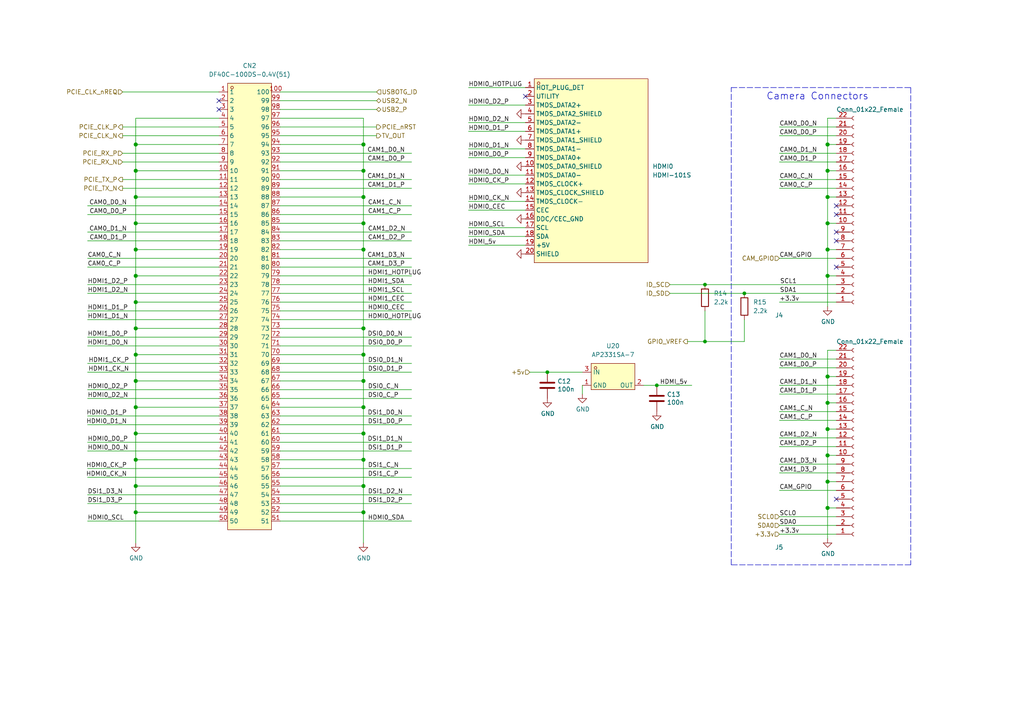
<source format=kicad_sch>
(kicad_sch (version 20231120) (generator "eeschema") (generator_version "8.0")
  (paper "A4")
  (title_block (title "Compute Module 4 IO Board - CM4 - Highspeed") (rev "1") (company "© 2020-2022 Raspberry Pi Ltd (formerly Raspberry Pi (Trading) Ltd.)") (comment 1 "www.raspberrypi.com"))
  (lib_symbols
    (symbol "Connector:Conn_01x22_Female" (pin_names hide)
      (property "Reference" "J" (at 0 27.94 0))
      (property "Value" "Conn_01x22_Female" (at 0 -30.48 0))
      (symbol "Conn_01x22_Female_1_1"
        (arc (start 0 -27.432) (mid -0.5058 -27.94) (end 0 -28.448))
        (arc (start 0 -24.892) (mid -0.5058 -25.4) (end 0 -25.908))
        (arc (start 0 -22.352) (mid -0.5058 -22.86) (end 0 -23.368))
        (arc (start 0 -19.812) (mid -0.5058 -20.32) (end 0 -20.828))
        (arc (start 0 -17.272) (mid -0.5058 -17.78) (end 0 -18.288))
        (arc (start 0 -14.732) (mid -0.5058 -15.24) (end 0 -15.748))
        (arc (start 0 -12.192) (mid -0.5058 -12.7) (end 0 -13.208))
        (arc (start 0 -9.652) (mid -0.5058 -10.16) (end 0 -10.668))
        (arc (start 0 -7.112) (mid -0.5058 -7.62) (end 0 -8.128))
        (arc (start 0 -4.572) (mid -0.5058 -5.08) (end 0 -5.588))
        (arc (start 0 -2.032) (mid -0.5058 -2.54) (end 0 -3.048))
        (polyline (pts (xy -1.27 -27.94) (xy -0.508 -27.94)))
        (polyline (pts (xy -1.27 -25.4) (xy -0.508 -25.4)))
        (polyline (pts (xy -1.27 -22.86) (xy -0.508 -22.86)))
        (polyline (pts (xy -1.27 -20.32) (xy -0.508 -20.32)))
        (polyline (pts (xy -1.27 -17.78) (xy -0.508 -17.78)))
        (polyline (pts (xy -1.27 -15.24) (xy -0.508 -15.24)))
        (polyline (pts (xy -1.27 -12.7) (xy -0.508 -12.7)))
        (polyline (pts (xy -1.27 -10.16) (xy -0.508 -10.16)))
        (polyline (pts (xy -1.27 -7.62) (xy -0.508 -7.62)))
        (polyline (pts (xy -1.27 -5.08) (xy -0.508 -5.08)))
        (polyline (pts (xy -1.27 -2.54) (xy -0.508 -2.54)))
        (polyline (pts (xy -1.27 0) (xy -0.508 0)))
        (polyline (pts (xy -1.27 2.54) (xy -0.508 2.54)))
        (polyline (pts (xy -1.27 5.08) (xy -0.508 5.08)))
        (polyline (pts (xy -1.27 7.62) (xy -0.508 7.62)))
        (polyline (pts (xy -1.27 10.16) (xy -0.508 10.16)))
        (polyline (pts (xy -1.27 12.7) (xy -0.508 12.7)))
        (polyline (pts (xy -1.27 15.24) (xy -0.508 15.24)))
        (polyline (pts (xy -1.27 17.78) (xy -0.508 17.78)))
        (polyline (pts (xy -1.27 20.32) (xy -0.508 20.32)))
        (polyline (pts (xy -1.27 22.86) (xy -0.508 22.86)))
        (polyline (pts (xy -1.27 25.4) (xy -0.508 25.4)))
        (arc (start 0 0.508) (mid -0.5058 0) (end 0 -0.508))
        (arc (start 0 3.048) (mid -0.5058 2.54) (end 0 2.032))
        (arc (start 0 5.588) (mid -0.5058 5.08) (end 0 4.572))
        (arc (start 0 8.128) (mid -0.5058 7.62) (end 0 7.112))
        (arc (start 0 10.668) (mid -0.5058 10.16) (end 0 9.652))
        (arc (start 0 13.208) (mid -0.5058 12.7) (end 0 12.192))
        (arc (start 0 15.748) (mid -0.5058 15.24) (end 0 14.732))
        (arc (start 0 18.288) (mid -0.5058 17.78) (end 0 17.272))
        (arc (start 0 20.828) (mid -0.5058 20.32) (end 0 19.812))
        (arc (start 0 23.368) (mid -0.5058 22.86) (end 0 22.352))
        (arc (start 0 25.908) (mid -0.5058 25.4) (end 0 24.892))
        (pin passive line (at -5.08 25.4 0) (length 3.81) (name "Pin_1") (number "1"))
        (pin passive line (at -5.08 2.54 0) (length 3.81) (name "Pin_10") (number "10"))
        (pin passive line (at -5.08 0 0) (length 3.81) (name "Pin_11") (number "11"))
        (pin passive line (at -5.08 -2.54 0) (length 3.81) (name "Pin_12") (number "12"))
        (pin passive line (at -5.08 -5.08 0) (length 3.81) (name "Pin_13") (number "13"))
        (pin passive line (at -5.08 -7.62 0) (length 3.81) (name "Pin_14") (number "14"))
        (pin passive line (at -5.08 -10.16 0) (length 3.81) (name "Pin_15") (number "15"))
        (pin passive line (at -5.08 -12.7 0) (length 3.81) (name "Pin_16") (number "16"))
        (pin passive line (at -5.08 -15.24 0) (length 3.81) (name "Pin_17") (number "17"))
        (pin passive line (at -5.08 -17.78 0) (length 3.81) (name "Pin_18") (number "18"))
        (pin passive line (at -5.08 -20.32 0) (length 3.81) (name "Pin_19") (number "19"))
        (pin passive line (at -5.08 22.86 0) (length 3.81) (name "Pin_2") (number "2"))
        (pin passive line (at -5.08 -22.86 0) (length 3.81) (name "Pin_20") (number "20"))
        (pin passive line (at -5.08 -25.4 0) (length 3.81) (name "Pin_21") (number "21"))
        (pin passive line (at -5.08 -27.94 0) (length 3.81) (name "Pin_22") (number "22"))
        (pin passive line (at -5.08 20.32 0) (length 3.81) (name "Pin_3") (number "3"))
        (pin passive line (at -5.08 17.78 0) (length 3.81) (name "Pin_4") (number "4"))
        (pin passive line (at -5.08 15.24 0) (length 3.81) (name "Pin_5") (number "5"))
        (pin passive line (at -5.08 12.7 0) (length 3.81) (name "Pin_6") (number "6"))
        (pin passive line (at -5.08 10.16 0) (length 3.81) (name "Pin_7") (number "7"))
        (pin passive line (at -5.08 7.62 0) (length 3.81) (name "Pin_8") (number "8"))
        (pin passive line (at -5.08 5.08 0) (length 3.81) (name "Pin_9") (number "9"))
      )
    )
    (symbol "Device:C" (pin_numbers hide) (pin_names (offset 0.254))
      (property "Reference" "C" (at 0.635 2.54 0))
      (property "Value" "C" (at 0.635 -2.54 0))
      (symbol "C_0_1"
        (polyline (pts (xy -2.032 -0.762) (xy 2.032 -0.762)) (stroke (width 0.508)))
        (polyline (pts (xy -2.032 0.762) (xy 2.032 0.762)) (stroke (width 0.508)))
      )
      (symbol "C_1_1"
        (pin passive line (at 0 3.81 270) (length 2.794) (name "~") (number "1"))
        (pin passive line (at 0 -3.81 90) (length 2.794) (name "~") (number "2"))
      )
    )
    (symbol "Device:R" (pin_numbers hide) (pin_names (offset 0))
      (property "Reference" "R" (at 2.032 0 90))
      (property "Value" "R" (at 0 0 90))
      (symbol "R_0_1"
        (rectangle (start -1.016 -2.54) (end 1.016 2.54) (stroke (width 0.254)))
      )
      (symbol "R_1_1"
        (pin passive line (at 0 3.81 270) (length 1.27) (name "~") (number "1"))
        (pin passive line (at 0 -3.81 90) (length 1.27) (name "~") (number "2"))
      )
    )
    (symbol "NEW:AP2331SA-7"
      (property "Reference" "U20" (at 0 8.89 0))
      (property "Value" "AP2331SA-7" (at 0 6.35 0))
      (symbol "AP2331SA-7_0_1"
        (rectangle (start -6.35 3.81) (end 6.35 -3.81) (fill (type background)))
        (circle (center -5.08 2.54) (radius 0.38))
        (pin unspecified line (at -8.89 -2.54 0) (length 2.54) (name "GND") (number "1"))
        (pin unspecified line (at 8.89 -2.54 180) (length 2.54) (name "OUT") (number "2"))
        (pin unspecified line (at -8.89 1.27 0) (length 2.54) (name "IN") (number "3"))
      )
    )
    (symbol "NEW:DF40C-100DS-0.4V(51)"
      (property "Reference" "CN" (at 0 67.31 0))
      (property "Value" "DF40C-100DS-0.4V(51)" (at 0 -67.31 0))
      (symbol "DF40C-100DS-0.4V(51)_0_1"
        (rectangle (start -6.35 64.77) (end 6.35 -64.77) (fill (type background)))
        (circle (center -5.08 63.5) (radius 0.38))
        (pin unspecified line (at -8.89 62.23 0) (length 2.54) (name "1") (number "1"))
        (pin unspecified line (at -8.89 39.37 0) (length 2.54) (name "10") (number "10"))
        (pin unspecified line (at 8.89 62.23 180) (length 2.54) (name "100") (number "100"))
        (pin unspecified line (at -8.89 36.83 0) (length 2.54) (name "11") (number "11"))
        (pin unspecified line (at -8.89 34.29 0) (length 2.54) (name "12") (number "12"))
        (pin unspecified line (at -8.89 31.75 0) (length 2.54) (name "13") (number "13"))
        (pin unspecified line (at -8.89 29.21 0) (length 2.54) (name "14") (number "14"))
        (pin unspecified line (at -8.89 26.67 0) (length 2.54) (name "15") (number "15"))
        (pin unspecified line (at -8.89 24.13 0) (length 2.54) (name "16") (number "16"))
        (pin unspecified line (at -8.89 21.59 0) (length 2.54) (name "17") (number "17"))
        (pin unspecified line (at -8.89 19.05 0) (length 2.54) (name "18") (number "18"))
        (pin unspecified line (at -8.89 16.51 0) (length 2.54) (name "19") (number "19"))
        (pin unspecified line (at -8.89 59.69 0) (length 2.54) (name "2") (number "2"))
        (pin unspecified line (at -8.89 13.97 0) (length 2.54) (name "20") (number "20"))
        (pin unspecified line (at -8.89 11.43 0) (length 2.54) (name "21") (number "21"))
        (pin unspecified line (at -8.89 8.89 0) (length 2.54) (name "22") (number "22"))
        (pin unspecified line (at -8.89 6.35 0) (length 2.54) (name "23") (number "23"))
        (pin unspecified line (at -8.89 3.81 0) (length 2.54) (name "24") (number "24"))
        (pin unspecified line (at -8.89 1.27 0) (length 2.54) (name "25") (number "25"))
        (pin unspecified line (at -8.89 -1.27 0) (length 2.54) (name "26") (number "26"))
        (pin unspecified line (at -8.89 -3.81 0) (length 2.54) (name "27") (number "27"))
        (pin unspecified line (at -8.89 -6.35 0) (length 2.54) (name "28") (number "28"))
        (pin unspecified line (at -8.89 -8.89 0) (length 2.54) (name "29") (number "29"))
        (pin unspecified line (at -8.89 57.15 0) (length 2.54) (name "3") (number "3"))
        (pin unspecified line (at -8.89 -11.43 0) (length 2.54) (name "30") (number "30"))
        (pin unspecified line (at -8.89 -13.97 0) (length 2.54) (name "31") (number "31"))
        (pin unspecified line (at -8.89 -16.51 0) (length 2.54) (name "32") (number "32"))
        (pin unspecified line (at -8.89 -19.05 0) (length 2.54) (name "33") (number "33"))
        (pin unspecified line (at -8.89 -21.59 0) (length 2.54) (name "34") (number "34"))
        (pin unspecified line (at -8.89 -24.13 0) (length 2.54) (name "35") (number "35"))
        (pin unspecified line (at -8.89 -26.67 0) (length 2.54) (name "36") (number "36"))
        (pin unspecified line (at -8.89 -29.21 0) (length 2.54) (name "37") (number "37"))
        (pin unspecified line (at -8.89 -31.75 0) (length 2.54) (name "38") (number "38"))
        (pin unspecified line (at -8.89 -34.29 0) (length 2.54) (name "39") (number "39"))
        (pin unspecified line (at -8.89 54.61 0) (length 2.54) (name "4") (number "4"))
        (pin unspecified line (at -8.89 -36.83 0) (length 2.54) (name "40") (number "40"))
        (pin unspecified line (at -8.89 -39.37 0) (length 2.54) (name "41") (number "41"))
        (pin unspecified line (at -8.89 -41.91 0) (length 2.54) (name "42") (number "42"))
        (pin unspecified line (at -8.89 -44.45 0) (length 2.54) (name "43") (number "43"))
        (pin unspecified line (at -8.89 -46.99 0) (length 2.54) (name "44") (number "44"))
        (pin unspecified line (at -8.89 -49.53 0) (length 2.54) (name "45") (number "45"))
        (pin unspecified line (at -8.89 -52.07 0) (length 2.54) (name "46") (number "46"))
        (pin unspecified line (at -8.89 -54.61 0) (length 2.54) (name "47") (number "47"))
        (pin unspecified line (at -8.89 -57.15 0) (length 2.54) (name "48") (number "48"))
        (pin unspecified line (at -8.89 -59.69 0) (length 2.54) (name "49") (number "49"))
        (pin unspecified line (at -8.89 52.07 0) (length 2.54) (name "5") (number "5"))
        (pin unspecified line (at -8.89 -62.23 0) (length 2.54) (name "50") (number "50"))
        (pin unspecified line (at 8.89 -62.23 180) (length 2.54) (name "51") (number "51"))
        (pin unspecified line (at 8.89 -59.69 180) (length 2.54) (name "52") (number "52"))
        (pin unspecified line (at 8.89 -57.15 180) (length 2.54) (name "53") (number "53"))
        (pin unspecified line (at 8.89 -54.61 180) (length 2.54) (name "54") (number "54"))
        (pin unspecified line (at 8.89 -52.07 180) (length 2.54) (name "55") (number "55"))
        (pin unspecified line (at 8.89 -49.53 180) (length 2.54) (name "56") (number "56"))
        (pin unspecified line (at 8.89 -46.99 180) (length 2.54) (name "57") (number "57"))
        (pin unspecified line (at 8.89 -44.45 180) (length 2.54) (name "58") (number "58"))
        (pin unspecified line (at 8.89 -41.91 180) (length 2.54) (name "59") (number "59"))
        (pin unspecified line (at -8.89 49.53 0) (length 2.54) (name "6") (number "6"))
        (pin unspecified line (at 8.89 -39.37 180) (length 2.54) (name "60") (number "60"))
        (pin unspecified line (at 8.89 -36.83 180) (length 2.54) (name "61") (number "61"))
        (pin unspecified line (at 8.89 -34.29 180) (length 2.54) (name "62") (number "62"))
        (pin unspecified line (at 8.89 -31.75 180) (length 2.54) (name "63") (number "63"))
        (pin unspecified line (at 8.89 -29.21 180) (length 2.54) (name "64") (number "64"))
        (pin unspecified line (at 8.89 -26.67 180) (length 2.54) (name "65") (number "65"))
        (pin unspecified line (at 8.89 -24.13 180) (length 2.54) (name "66") (number "66"))
        (pin unspecified line (at 8.89 -21.59 180) (length 2.54) (name "67") (number "67"))
        (pin unspecified line (at 8.89 -19.05 180) (length 2.54) (name "68") (number "68"))
        (pin unspecified line (at 8.89 -16.51 180) (length 2.54) (name "69") (number "69"))
        (pin unspecified line (at -8.89 46.99 0) (length 2.54) (name "7") (number "7"))
        (pin unspecified line (at 8.89 -13.97 180) (length 2.54) (name "70") (number "70"))
        (pin unspecified line (at 8.89 -11.43 180) (length 2.54) (name "71") (number "71"))
        (pin unspecified line (at 8.89 -8.89 180) (length 2.54) (name "72") (number "72"))
        (pin unspecified line (at 8.89 -6.35 180) (length 2.54) (name "73") (number "73"))
        (pin unspecified line (at 8.89 -3.81 180) (length 2.54) (name "74") (number "74"))
        (pin unspecified line (at 8.89 -1.27 180) (length 2.54) (name "75") (number "75"))
        (pin unspecified line (at 8.89 1.27 180) (length 2.54) (name "76") (number "76"))
        (pin unspecified line (at 8.89 3.81 180) (length 2.54) (name "77") (number "77"))
        (pin unspecified line (at 8.89 6.35 180) (length 2.54) (name "78") (number "78"))
        (pin unspecified line (at 8.89 8.89 180) (length 2.54) (name "79") (number "79"))
        (pin unspecified line (at -8.89 44.45 0) (length 2.54) (name "8") (number "8"))
        (pin unspecified line (at 8.89 11.43 180) (length 2.54) (name "80") (number "80"))
        (pin unspecified line (at 8.89 13.97 180) (length 2.54) (name "81") (number "81"))
        (pin unspecified line (at 8.89 16.51 180) (length 2.54) (name "82") (number "82"))
        (pin unspecified line (at 8.89 19.05 180) (length 2.54) (name "83") (number "83"))
        (pin unspecified line (at 8.89 21.59 180) (length 2.54) (name "84") (number "84"))
        (pin unspecified line (at 8.89 24.13 180) (length 2.54) (name "85") (number "85"))
        (pin unspecified line (at 8.89 26.67 180) (length 2.54) (name "86") (number "86"))
        (pin unspecified line (at 8.89 29.21 180) (length 2.54) (name "87") (number "87"))
        (pin unspecified line (at 8.89 31.75 180) (length 2.54) (name "88") (number "88"))
        (pin unspecified line (at 8.89 34.29 180) (length 2.54) (name "89") (number "89"))
        (pin unspecified line (at -8.89 41.91 0) (length 2.54) (name "9") (number "9"))
        (pin unspecified line (at 8.89 36.83 180) (length 2.54) (name "90") (number "90"))
        (pin unspecified line (at 8.89 39.37 180) (length 2.54) (name "91") (number "91"))
        (pin unspecified line (at 8.89 41.91 180) (length 2.54) (name "92") (number "92"))
        (pin unspecified line (at 8.89 44.45 180) (length 2.54) (name "93") (number "93"))
        (pin unspecified line (at 8.89 46.99 180) (length 2.54) (name "94") (number "94"))
        (pin unspecified line (at 8.89 49.53 180) (length 2.54) (name "95") (number "95"))
        (pin unspecified line (at 8.89 52.07 180) (length 2.54) (name "96") (number "96"))
        (pin unspecified line (at 8.89 54.61 180) (length 2.54) (name "97") (number "97"))
        (pin unspecified line (at 8.89 57.15 180) (length 2.54) (name "98") (number "98"))
        (pin unspecified line (at 8.89 59.69 180) (length 2.54) (name "99") (number "99"))
      )
    )
    (symbol "NEW:HDMI-101S"
      (property "Reference" "USB" (at 0 29.21 0))
      (property "Value" "HDMI-101S" (at 0 -29.21 0))
      (symbol "HDMI-101S_0_1"
        (rectangle (start -16.51 26.67) (end 16.51 -26.67) (fill (type background)))
        (circle (center -15.24 25.4) (radius 0.38))
        (pin unspecified line (at -19.05 24.13 0) (length 2.54) (name "HOT_PLUG_DET") (number "1"))
        (pin unspecified line (at -19.05 1.27 0) (length 2.54) (name "TMDS_DATA0_SHIELD") (number "10"))
        (pin unspecified line (at -19.05 -1.27 0) (length 2.54) (name "TMDS_DATA0-") (number "11"))
        (pin unspecified line (at -19.05 -3.81 0) (length 2.54) (name "TMDS_CLOCK+") (number "12"))
        (pin unspecified line (at -19.05 -6.35 0) (length 2.54) (name "TMDS_CLOCK_SHIELD") (number "13"))
        (pin unspecified line (at -19.05 -8.89 0) (length 2.54) (name "TMDS_CLOCK-") (number "14"))
        (pin unspecified line (at -19.05 -11.43 0) (length 2.54) (name "CEC") (number "15"))
        (pin unspecified line (at -19.05 -13.97 0) (length 2.54) (name "DDC/CEC_GND") (number "16"))
        (pin unspecified line (at -19.05 -16.51 0) (length 2.54) (name "SCL") (number "17"))
        (pin unspecified line (at -19.05 -19.05 0) (length 2.54) (name "SDA") (number "18"))
        (pin unspecified line (at -19.05 -21.59 0) (length 2.54) (name "+5V") (number "19"))
        (pin unspecified line (at -19.05 21.59 0) (length 2.54) (name "UTILITY") (number "2"))
        (pin unspecified line (at -19.05 -24.13 0) (length 2.54) (name "SHIELD") (number "20"))
        (pin unspecified line (at -19.05 19.05 0) (length 2.54) (name "TMDS_DATA2+") (number "3"))
        (pin unspecified line (at -19.05 16.51 0) (length 2.54) (name "TMDS_DATA2_SHIELD") (number "4"))
        (pin unspecified line (at -19.05 13.97 0) (length 2.54) (name "TMDS_DATA2-") (number "5"))
        (pin unspecified line (at -19.05 11.43 0) (length 2.54) (name "TMDS_DATA1+") (number "6"))
        (pin unspecified line (at -19.05 8.89 0) (length 2.54) (name "TMDS_DATA1_SHIELD") (number "7"))
        (pin unspecified line (at -19.05 6.35 0) (length 2.54) (name "TMDS_DATA1-") (number "8"))
        (pin unspecified line (at -19.05 3.81 0) (length 2.54) (name "TMDS_DATA0+") (number "9"))
      )
    )
    (symbol "power:GND" (power) (pin_names (offset 0))
      (property "Value" "GND" (at 0 -3.81 0))
      (symbol "GND_0_1"
        (polyline (pts (xy 0 0) (xy 0 -1.27) (xy 1.27 -1.27) (xy 0 -2.54) (xy -1.27 -1.27) (xy 0 -1.27)))
      )
      (symbol "GND_1_1"
        (pin power_in line (at 0 0 270) (length 0) hide (name "GND") (number "1"))
      )
    )
  )
  (junction (at 105.41 110.49) (diameter 1.016))
  (junction (at 240.03 132.08) (diameter 1.016))
  (junction (at 105.41 49.53) (diameter 1.016))
  (junction (at 39.37 72.39) (diameter 1.016))
  (junction (at 105.41 140.97) (diameter 1.016))
  (junction (at 39.37 57.15) (diameter 1.016))
  (junction (at 39.37 110.49) (diameter 1.016))
  (junction (at 105.41 41.91) (diameter 1.016))
  (junction (at 39.37 49.53) (diameter 1.016))
  (junction (at 105.41 57.15) (diameter 1.016))
  (junction (at 105.41 133.35) (diameter 1.016))
  (junction (at 240.03 109.22) (diameter 1.016))
  (junction (at 39.37 140.97) (diameter 1.016))
  (junction (at 240.03 116.84) (diameter 1.016))
  (junction (at 158.75 107.95))
  (junction (at 105.41 64.77) (diameter 1.016))
  (junction (at 39.37 87.63) (diameter 1.016))
  (junction (at 105.41 148.59) (diameter 1.016))
  (junction (at 240.03 41.91) (diameter 1.016))
  (junction (at 240.03 49.53) (diameter 1.016))
  (junction (at 240.03 124.46) (diameter 1.016))
  (junction (at 39.37 118.11) (diameter 1.016))
  (junction (at 240.03 64.77) (diameter 1.016))
  (junction (at 105.41 102.87) (diameter 1.016))
  (junction (at 39.37 148.59) (diameter 1.016))
  (junction (at 240.03 139.7) (diameter 1.016))
  (junction (at 105.41 118.11) (diameter 1.016))
  (junction (at 39.37 64.77) (diameter 1.016))
  (junction (at 190.5 111.76))
  (junction (at 240.03 72.39) (diameter 1.016))
  (junction (at 39.37 125.73) (diameter 1.016))
  (junction (at 204.47 82.55))
  (junction (at 39.37 133.35) (diameter 1.016))
  (junction (at 105.41 95.25) (diameter 1.016))
  (junction (at 39.37 41.91) (diameter 1.016))
  (junction (at 105.41 72.39) (diameter 1.016))
  (junction (at 39.37 80.01) (diameter 1.016))
  (junction (at 240.03 80.01) (diameter 1.016))
  (junction (at 39.37 102.87) (diameter 1.016))
  (junction (at 39.37 95.25) (diameter 1.016))
  (junction (at 240.03 57.15) (diameter 1.016))
  (junction (at 105.41 125.73) (diameter 1.016))
  (junction (at 240.03 147.32) (diameter 1.016))
  (junction (at 215.9 85.09))
  (junction (at 204.47 99.06))
  (no_connect (at 242.57 77.47))
  (no_connect (at 63.5 31.75))
  (no_connect (at 242.57 144.78))
  (no_connect (at 242.57 59.69))
  (no_connect (at 242.57 67.31))
  (no_connect (at 242.57 69.85))
  (no_connect (at 242.57 62.23))
  (no_connect (at 63.5 29.21))
  (no_connect (at 152.4 27.94))
  (wire (pts (xy 81.28 41.91) (xy 105.41 41.91)))
  (wire (pts (xy 39.37 80.01) (xy 39.37 87.63)))
  (wire (pts (xy 63.5 62.23) (xy 25.4 62.23)))
  (wire (pts (xy 39.37 41.91) (xy 63.5 41.91)))
  (wire (pts (xy 105.41 41.91) (xy 105.41 34.29)))
  (wire (pts (xy 135.89 68.58) (xy 152.4 68.58)))
  (wire (pts (xy 240.03 116.84) (xy 242.57 116.84)))
  (wire (pts (xy 81.28 29.21) (xy 109.22 29.21)))
  (wire (pts (xy 25.4 82.55) (xy 63.5 82.55)))
  (wire (pts (xy 135.89 66.04) (xy 152.4 66.04)))
  (wire (pts (xy 81.28 59.69) (xy 119.38 59.69)))
  (wire (pts (xy 226.06 52.07) (xy 242.57 52.07)))
  (wire (pts (xy 63.5 44.45) (xy 35.56 44.45)))
  (wire (pts (xy 81.28 113.03) (xy 119.38 113.03)))
  (wire (pts (xy 119.38 130.81) (xy 81.28 130.81)))
  (wire (pts (xy 81.28 148.59) (xy 105.41 148.59)))
  (wire (pts (xy 105.41 64.77) (xy 105.41 57.15)))
  (wire (pts (xy 240.03 147.32) (xy 240.03 156.21)))
  (wire (pts (xy 81.28 107.95) (xy 119.38 107.95)))
  (wire (pts (xy 81.28 67.31) (xy 119.38 67.31)))
  (wire (pts (xy 240.03 109.22) (xy 242.57 109.22)))
  (wire (pts (xy 39.37 140.97) (xy 39.37 148.59)))
  (wire (pts (xy 39.37 125.73) (xy 39.37 133.35)))
  (wire (pts (xy 135.89 38.1) (xy 152.4 38.1)))
  (wire (pts (xy 39.37 102.87) (xy 63.5 102.87)))
  (wire (pts (xy 204.47 99.06) (xy 204.47 90.17)))
  (wire (pts (xy 119.38 120.65) (xy 81.28 120.65)))
  (wire (pts (xy 226.06 134.62) (xy 242.57 134.62)))
  (wire (pts (xy 204.47 99.06) (xy 199.39 99.06)))
  (wire (pts (xy 190.5 111.76) (xy 200.66 111.76)))
  (wire (pts (xy 215.9 85.09) (xy 194.31 85.09)))
  (wire (pts (xy 119.38 52.07) (xy 81.28 52.07)))
  (wire (pts (xy 81.28 90.17) (xy 119.38 90.17)))
  (wire (pts (xy 35.56 54.61) (xy 63.5 54.61)))
  (wire (pts (xy 226.06 104.14) (xy 242.57 104.14)))
  (wire (pts (xy 242.57 87.63) (xy 226.06 87.63)))
  (wire (pts (xy 105.41 72.39) (xy 105.41 95.25)))
  (wire (pts (xy 242.57 149.86) (xy 226.06 149.86)))
  (wire (pts (xy 240.03 139.7) (xy 242.57 139.7)))
  (wire (pts (xy 135.89 58.42) (xy 152.4 58.42)))
  (wire (pts (xy 39.37 148.59) (xy 39.37 157.48)))
  (wire (pts (xy 226.06 129.54) (xy 242.57 129.54)))
  (wire (pts (xy 240.03 72.39) (xy 240.03 80.01)))
  (wire (pts (xy 119.38 54.61) (xy 81.28 54.61)))
  (wire (pts (xy 39.37 110.49) (xy 63.5 110.49)))
  (wire (pts (xy 240.03 132.08) (xy 240.03 139.7)))
  (wire (pts (xy 25.4 74.93) (xy 63.5 74.93)))
  (wire (pts (xy 39.37 57.15) (xy 63.5 57.15)))
  (wire (pts (xy 39.37 87.63) (xy 63.5 87.63)))
  (wire (pts (xy 135.89 60.96) (xy 152.4 60.96)))
  (wire (pts (xy 39.37 110.49) (xy 39.37 118.11)))
  (wire (pts (xy 63.5 148.59) (xy 39.37 148.59)))
  (wire (pts (xy 81.28 102.87) (xy 105.41 102.87)))
  (wire (pts (xy 63.5 138.43) (xy 25.4 138.43)))
  (wire (pts (xy 35.56 52.07) (xy 63.5 52.07)))
  (wire (pts (xy 158.75 107.95) (xy 168.91 107.95)))
  (wire (pts (xy 105.41 110.49) (xy 105.41 118.11)))
  (wire (pts (xy 105.41 57.15) (xy 105.41 49.53)))
  (wire (pts (xy 226.06 142.24) (xy 242.57 142.24)))
  (wire (pts (xy 25.4 130.81) (xy 63.5 130.81)))
  (wire (pts (xy 63.5 120.65) (xy 25.4 120.65)))
  (wire (pts (xy 39.37 133.35) (xy 39.37 140.97)))
  (wire (pts (xy 105.41 49.53) (xy 105.41 41.91)))
  (wire (pts (xy 240.03 132.08) (xy 242.57 132.08)))
  (polyline (pts (xy 264.16 163.83) (xy 212.09 163.83)) (stroke (width 0) (type dash)))
  (wire (pts (xy 135.89 53.34) (xy 152.4 53.34)))
  (wire (pts (xy 242.57 101.6) (xy 240.03 101.6)))
  (wire (pts (xy 242.57 82.55) (xy 204.47 82.55)))
  (wire (pts (xy 63.5 135.89) (xy 25.4 135.89)))
  (wire (pts (xy 63.5 123.19) (xy 25.4 123.19)))
  (wire (pts (xy 63.5 69.85) (xy 25.4 69.85)))
  (polyline (pts (xy 212.09 163.83) (xy 212.09 25.4)) (stroke (width 0) (type dash)))
  (wire (pts (xy 39.37 95.25) (xy 39.37 102.87)))
  (wire (pts (xy 81.28 143.51) (xy 119.38 143.51)))
  (wire (pts (xy 204.47 82.55) (xy 194.31 82.55)))
  (wire (pts (xy 226.06 44.45) (xy 242.57 44.45)))
  (wire (pts (xy 81.28 133.35) (xy 105.41 133.35)))
  (polyline (pts (xy 212.09 25.4) (xy 264.16 25.4)) (stroke (width 0) (type dash)))
  (wire (pts (xy 226.06 119.38) (xy 242.57 119.38)))
  (wire (pts (xy 25.4 92.71) (xy 63.5 92.71)))
  (wire (pts (xy 168.91 111.76) (xy 168.91 114.3)))
  (wire (pts (xy 35.56 36.83) (xy 63.5 36.83)))
  (wire (pts (xy 226.06 36.83) (xy 242.57 36.83)))
  (wire (pts (xy 215.9 92.71) (xy 215.9 99.06)))
  (wire (pts (xy 39.37 49.53) (xy 39.37 57.15)))
  (wire (pts (xy 81.28 118.11) (xy 105.41 118.11)))
  (wire (pts (xy 81.28 80.01) (xy 119.38 80.01)))
  (wire (pts (xy 81.28 85.09) (xy 119.38 85.09)))
  (wire (pts (xy 39.37 125.73) (xy 63.5 125.73)))
  (wire (pts (xy 240.03 124.46) (xy 242.57 124.46)))
  (wire (pts (xy 242.57 154.94) (xy 226.06 154.94)))
  (wire (pts (xy 135.89 30.48) (xy 152.4 30.48)))
  (wire (pts (xy 119.38 44.45) (xy 81.28 44.45)))
  (wire (pts (xy 39.37 118.11) (xy 63.5 118.11)))
  (wire (pts (xy 81.28 57.15) (xy 105.41 57.15)))
  (wire (pts (xy 63.5 67.31) (xy 25.4 67.31)))
  (wire (pts (xy 119.38 100.33) (xy 81.28 100.33)))
  (wire (pts (xy 81.28 95.25) (xy 105.41 95.25)))
  (wire (pts (xy 81.28 62.23) (xy 119.38 62.23)))
  (wire (pts (xy 39.37 95.25) (xy 63.5 95.25)))
  (wire (pts (xy 25.4 97.79) (xy 63.5 97.79)))
  (wire (pts (xy 135.89 43.18) (xy 152.4 43.18)))
  (wire (pts (xy 39.37 64.77) (xy 39.37 72.39)))
  (wire (pts (xy 81.28 110.49) (xy 105.41 110.49)))
  (wire (pts (xy 240.03 109.22) (xy 240.03 116.84)))
  (wire (pts (xy 105.41 34.29) (xy 81.28 34.29)))
  (wire (pts (xy 25.4 100.33) (xy 63.5 100.33)))
  (wire (pts (xy 135.89 35.56) (xy 152.4 35.56)))
  (wire (pts (xy 105.41 148.59) (xy 105.41 157.48)))
  (wire (pts (xy 135.89 25.4) (xy 152.4 25.4)))
  (wire (pts (xy 105.41 102.87) (xy 105.41 110.49)))
  (wire (pts (xy 240.03 147.32) (xy 242.57 147.32)))
  (wire (pts (xy 25.4 128.27) (xy 63.5 128.27)))
  (wire (pts (xy 39.37 118.11) (xy 39.37 125.73)))
  (wire (pts (xy 63.5 59.69) (xy 25.4 59.69)))
  (wire (pts (xy 25.4 113.03) (xy 63.5 113.03)))
  (wire (pts (xy 35.56 26.67) (xy 63.5 26.67)))
  (wire (pts (xy 81.28 138.43) (xy 119.38 138.43)))
  (wire (pts (xy 240.03 101.6) (xy 240.03 109.22)))
  (wire (pts (xy 25.4 151.13) (xy 63.5 151.13)))
  (wire (pts (xy 81.28 69.85) (xy 119.38 69.85)))
  (wire (pts (xy 240.03 41.91) (xy 240.03 49.53)))
  (wire (pts (xy 39.37 57.15) (xy 39.37 64.77)))
  (wire (pts (xy 240.03 124.46) (xy 240.03 132.08)))
  (wire (pts (xy 105.41 133.35) (xy 105.41 140.97)))
  (wire (pts (xy 39.37 41.91) (xy 39.37 49.53)))
  (wire (pts (xy 105.41 125.73) (xy 105.41 133.35)))
  (wire (pts (xy 81.28 125.73) (xy 105.41 125.73)))
  (wire (pts (xy 119.38 77.47) (xy 81.28 77.47)))
  (polyline (pts (xy 264.16 25.4) (xy 264.16 163.83)) (stroke (width 0) (type dash)))
  (wire (pts (xy 63.5 34.29) (xy 39.37 34.29)))
  (wire (pts (xy 81.28 87.63) (xy 119.38 87.63)))
  (wire (pts (xy 39.37 87.63) (xy 39.37 95.25)))
  (wire (pts (xy 242.57 85.09) (xy 215.9 85.09)))
  (wire (pts (xy 81.28 64.77) (xy 105.41 64.77)))
  (wire (pts (xy 39.37 72.39) (xy 39.37 80.01)))
  (wire (pts (xy 119.38 74.93) (xy 81.28 74.93)))
  (wire (pts (xy 81.28 140.97) (xy 105.41 140.97)))
  (wire (pts (xy 81.28 31.75) (xy 109.22 31.75)))
  (wire (pts (xy 81.28 105.41) (xy 119.38 105.41)))
  (wire (pts (xy 81.28 146.05) (xy 119.38 146.05)))
  (wire (pts (xy 63.5 107.95) (xy 25.4 107.95)))
  (wire (pts (xy 39.37 102.87) (xy 39.37 110.49)))
  (wire (pts (xy 63.5 140.97) (xy 39.37 140.97)))
  (wire (pts (xy 81.28 135.89) (xy 119.38 135.89)))
  (wire (pts (xy 240.03 41.91) (xy 242.57 41.91)))
  (wire (pts (xy 81.28 92.71) (xy 119.38 92.71)))
  (wire (pts (xy 153.67 107.95) (xy 158.75 107.95)))
  (wire (pts (xy 226.06 39.37) (xy 242.57 39.37)))
  (wire (pts (xy 63.5 46.99) (xy 35.56 46.99)))
  (wire (pts (xy 39.37 72.39) (xy 63.5 72.39)))
  (wire (pts (xy 190.5 111.76) (xy 186.69 111.76)))
  (wire (pts (xy 25.4 115.57) (xy 63.5 115.57)))
  (wire (pts (xy 25.4 77.47) (xy 63.5 77.47)))
  (wire (pts (xy 81.28 72.39) (xy 105.41 72.39)))
  (wire (pts (xy 226.06 106.68) (xy 242.57 106.68)))
  (wire (pts (xy 119.38 123.19) (xy 81.28 123.19)))
  (wire (pts (xy 242.57 34.29) (xy 240.03 34.29)))
  (wire (pts (xy 119.38 46.99) (xy 81.28 46.99)))
  (wire (pts (xy 105.41 118.11) (xy 105.41 125.73)))
  (wire (pts (xy 119.38 97.79) (xy 81.28 97.79)))
  (wire (pts (xy 119.38 128.27) (xy 81.28 128.27)))
  (wire (pts (xy 215.9 99.06) (xy 204.47 99.06)))
  (wire (pts (xy 226.06 121.92) (xy 242.57 121.92)))
  (wire (pts (xy 226.06 137.16) (xy 242.57 137.16)))
  (wire (pts (xy 240.03 34.29) (xy 240.03 41.91)))
  (wire (pts (xy 240.03 64.77) (xy 240.03 72.39)))
  (wire (pts (xy 135.89 50.8) (xy 152.4 50.8)))
  (wire (pts (xy 226.06 46.99) (xy 242.57 46.99)))
  (wire (pts (xy 81.28 36.83) (xy 109.22 36.83)))
  (wire (pts (xy 25.4 146.05) (xy 63.5 146.05)))
  (wire (pts (xy 105.41 140.97) (xy 105.41 148.59)))
  (wire (pts (xy 135.89 71.12) (xy 152.4 71.12)))
  (wire (pts (xy 105.41 95.25) (xy 105.41 102.87)))
  (wire (pts (xy 240.03 72.39) (xy 242.57 72.39)))
  (wire (pts (xy 135.89 45.72) (xy 152.4 45.72)))
  (wire (pts (xy 25.4 90.17) (xy 63.5 90.17)))
  (wire (pts (xy 240.03 116.84) (xy 240.03 124.46)))
  (wire (pts (xy 240.03 80.01) (xy 240.03 88.9)))
  (wire (pts (xy 240.03 64.77) (xy 242.57 64.77)))
  (wire (pts (xy 39.37 64.77) (xy 63.5 64.77)))
  (wire (pts (xy 240.03 57.15) (xy 242.57 57.15)))
  (wire (pts (xy 25.4 85.09) (xy 63.5 85.09)))
  (wire (pts (xy 39.37 133.35) (xy 63.5 133.35)))
  (wire (pts (xy 105.41 72.39) (xy 105.41 64.77)))
  (wire (pts (xy 240.03 57.15) (xy 240.03 64.77)))
  (wire (pts (xy 240.03 80.01) (xy 242.57 80.01)))
  (wire (pts (xy 226.06 114.3) (xy 242.57 114.3)))
  (wire (pts (xy 242.57 74.93) (xy 226.06 74.93)))
  (wire (pts (xy 81.28 115.57) (xy 119.38 115.57)))
  (wire (pts (xy 39.37 34.29) (xy 39.37 41.91)))
  (wire (pts (xy 35.56 39.37) (xy 63.5 39.37)))
  (wire (pts (xy 226.06 54.61) (xy 242.57 54.61)))
  (wire (pts (xy 63.5 105.41) (xy 25.4 105.41)))
  (wire (pts (xy 240.03 49.53) (xy 240.03 57.15)))
  (wire (pts (xy 39.37 80.01) (xy 63.5 80.01)))
  (wire (pts (xy 39.37 49.53) (xy 63.5 49.53)))
  (wire (pts (xy 81.28 151.13) (xy 119.38 151.13)))
  (wire (pts (xy 109.22 26.67) (xy 81.28 26.67)))
  (wire (pts (xy 25.4 143.51) (xy 63.5 143.51)))
  (wire (pts (xy 242.57 152.4) (xy 226.06 152.4)))
  (wire (pts (xy 81.28 49.53) (xy 105.41 49.53)))
  (wire (pts (xy 240.03 139.7) (xy 240.03 147.32)))
  (wire (pts (xy 240.03 49.53) (xy 242.57 49.53)))
  (wire (pts (xy 226.06 111.76) (xy 242.57 111.76)))
  (wire (pts (xy 226.06 127) (xy 242.57 127)))
  (wire (pts (xy 81.28 39.37) (xy 109.22 39.37)))
  (wire (pts (xy 81.28 82.55) (xy 119.38 82.55)))
  (text "Camera Connectors" (at 222.25 29.21 0) (effects (font (size 2.0066 2.0066)) (justify left bottom)))
  (label "CAM0_D1_P" (at 226.06 46.99 0))
  (label "HDMI_5v" (at 199.39 111.76 180))
  (label "HDMI0_CK_P" (at 36.83 135.89 180))
  (label "CAM1_D0_N" (at 226.06 104.14 0))
  (label "HDMI1_HOTPLUG" (at 106.68 80.01 0))
  (label "DSI0_C_P" (at 106.68 115.57 0))
  (label "HDMI0_D2_N" (at 25.4 115.57 0))
  (label "DSI1_D0_N" (at 116.84 120.65 180))
  (label "HDMI0_D2_N" (at 135.89 35.56 0))
  (label "HDMI0_SDA" (at 106.68 151.13 0))
  (label "CAM0_D0_P" (at 36.83 62.23 180))
  (label "HDMI0_HOTPLUG" (at 106.68 92.71 0))
  (label "DSI1_D1_N" (at 116.84 128.27 180))
  (label "CAM1_D1_P" (at 226.06 114.3 0))
  (label "CAM0_C_P" (at 25.4 77.47 0))
  (label "CAM1_C_P" (at 226.06 121.92 0))
  (label "CAM1_D2_N" (at 226.06 127 0))
  (label "CAM0_D1_P" (at 36.83 69.85 180))
  (label "HDMI0_CK_N" (at 36.83 138.43 180))
  (label "CAM1_D3_N" (at 117.475 74.93 180))
  (label "CAM0_D0_N" (at 36.83 59.69 180))
  (label "DSI1_D0_P" (at 116.84 123.19 180))
  (label "HDMI0_SCL" (at 25.4 151.13 0))
  (label "CAM1_D0_N" (at 117.475 44.45 180))
  (label "HDMI1_D0_N" (at 25.4 100.33 0))
  (label "CAM1_D2_P" (at 106.68 69.85 0))
  (label "CAM_GPIO" (at 226.06 142.24 0))
  (label "DSI1_C_P" (at 106.68 138.43 0))
  (label "HDMI0_D1_P" (at 36.83 120.65 180))
  (label "CAM1_C_P" (at 106.68 62.23 0))
  (label "SCL1" (at 231.14 82.55 180))
  (label "HDMI0_D0_P" (at 135.89 45.72 0))
  (label "DSI0_C_N" (at 106.68 113.03 0))
  (label "DSI1_D1_P" (at 116.84 130.81 180))
  (label "CAM1_D0_P" (at 117.475 46.99 180))
  (label "HDMI0_D0_N" (at 25.4 130.81 0))
  (label "HDMI0_D0_P" (at 25.4 128.27 0))
  (label "CAM1_D3_P" (at 117.475 77.47 180))
  (label "HDMI0_D1_N" (at 36.83 123.19 180))
  (label "CAM1_D3_P" (at 226.06 137.16 0))
  (label "CAM1_D1_N" (at 117.475 52.07 180))
  (label "DSI0_D0_N" (at 116.84 97.79 180))
  (label "DSI1_D3_P" (at 25.4 146.05 0))
  (label "CAM1_D0_P" (at 226.06 106.68 0))
  (label "HDMI1_D0_P" (at 25.4 97.79 0))
  (label "DSI0_D1_N" (at 106.68 105.41 0))
  (label "CAM1_D3_N" (at 226.06 134.62 0))
  (label "HDMI0_CEC" (at 135.89 60.96 0))
  (label "HDMI_5v" (at 135.89 71.12 0))
  (label "HDMI1_D1_N" (at 25.4 92.71 0))
  (label "HDMI1_CK_P" (at 37.465 105.41 180))
  (label "CAM1_D1_P" (at 117.475 54.61 180))
  (label "HDMI1_SDA" (at 106.68 82.55 0))
  (label "HDMI0_D1_N" (at 135.89 43.18 0))
  (label "HDMI0_D0_N" (at 135.89 50.8 0))
  (label "DSI0_D1_P" (at 106.68 107.95 0))
  (label "CAM0_D0_P" (at 226.06 39.37 0))
  (label "HDMI1_D2_N" (at 25.4 85.09 0))
  (label "HDMI0_CEC" (at 106.68 90.17 0))
  (label "HDMI0_D2_P" (at 25.4 113.03 0))
  (label "CAM0_D1_N" (at 226.06 44.45 0))
  (label "CAM1_D2_P" (at 226.06 129.54 0))
  (label "DSI1_D3_N" (at 25.4 143.51 0))
  (label "SDA1" (at 231.14 85.09 180))
  (label "CAM0_C_N" (at 226.06 52.07 0))
  (label "+3.3v" (at 226.06 87.63 0))
  (label "HDMI0_CK_N" (at 135.89 58.42 0))
  (label "CAM1_C_N" (at 106.68 59.69 0))
  (label "CAM0_C_N" (at 25.4 74.93 0))
  (label "HDMI0_SCL" (at 135.89 66.04 0))
  (label "HDMI1_SCL" (at 106.68 85.09 0))
  (label "CAM0_C_P" (at 226.06 54.61 0))
  (label "HDMI0_D2_P" (at 135.89 30.48 0))
  (label "SCL0" (at 226.06 149.86 0))
  (label "CAM_GPIO" (at 226.06 74.93 0))
  (label "CAM1_D1_N" (at 226.06 111.76 0))
  (label "HDMI1_D2_P" (at 25.4 82.55 0))
  (label "HDMI0_HOTPLUG" (at 135.89 25.4 0))
  (label "DSI1_D2_P" (at 106.68 146.05 0))
  (label "+3.3v" (at 226.06 154.94 0))
  (label "HDMI0_D1_P" (at 135.89 38.1 0))
  (label "HDMI1_D1_P" (at 25.4 90.17 0))
  (label "CAM1_C_N" (at 226.06 119.38 0))
  (label "SDA0" (at 226.06 152.4 0))
  (label "HDMI0_SDA" (at 135.89 68.58 0))
  (label "CAM0_D0_N" (at 226.06 36.83 0))
  (label "DSI0_D0_P" (at 116.84 100.33 180))
  (label "DSI1_D2_N" (at 106.68 143.51 0))
  (label "HDMI1_CK_N" (at 37.465 107.95 180))
  (label "HDMI0_CK_P" (at 135.89 53.34 0))
  (label "CAM1_D2_N" (at 106.68 67.31 0))
  (label "HDMI1_CEC" (at 106.68 87.63 0))
  (label "DSI1_C_N" (at 106.68 135.89 0))
  (label "CAM0_D1_N" (at 36.83 67.31 180))
  (hierarchical_label "SCL0" (shape input) (at 226.06 149.86 180))
  (hierarchical_label "+5v" (shape input) (at 153.67 107.95 180))
  (hierarchical_label "PCIE_RX_P" (shape input) (at 35.56 44.45 180))
  (hierarchical_label "TV_OUT" (shape output) (at 109.22 39.37 0))
  (hierarchical_label "PCIE_CLK_N" (shape output) (at 35.56 39.37 180))
  (hierarchical_label "PCIE_nRST" (shape output) (at 109.22 36.83 0))
  (hierarchical_label "PCIE_RX_N" (shape input) (at 35.56 46.99 180))
  (hierarchical_label "PCIE_CLK_nREQ" (shape input) (at 35.56 26.67 180))
  (hierarchical_label "CAM_GPIO" (shape input) (at 226.06 74.93 180))
  (hierarchical_label "USBOTG_ID" (shape input) (at 109.22 26.67 0))
  (hierarchical_label "GPIO_VREF" (shape output) (at 199.39 99.06 180))
  (hierarchical_label "SDA0" (shape input) (at 226.06 152.4 180))
  (hierarchical_label "+3.3v" (shape input) (at 226.06 154.94 180))
  (hierarchical_label "USB2_P" (shape bidirectional) (at 109.22 31.75 0))
  (hierarchical_label "PCIE_TX_N" (shape output) (at 35.56 54.61 180))
  (hierarchical_label "PCIE_TX_P" (shape output) (at 35.56 52.07 180))
  (hierarchical_label "ID_SD" (shape input) (at 194.31 85.09 180))
  (hierarchical_label "ID_SC" (shape input) (at 194.31 82.55 180))
  (hierarchical_label "USB2_N" (shape bidirectional) (at 109.22 29.21 0))
  (hierarchical_label "PCIE_CLK_P" (shape output) (at 35.56 36.83 180))
  (symbol (lib_id "power:GND") (at 105.41 157.48 0) (unit 1)
    (property "Reference" "#PWR0130" (effects (hide yes)))
    (property "Value" "GND" (at 105.537 161.8742 0))
  )
  (symbol (lib_id "power:GND") (at 39.37 157.48 0) (unit 1)
    (property "Reference" "#PWR0131" (effects (hide yes)))
    (property "Value" "GND" (at 39.497 161.8742 0))
  )
  (symbol (lib_id "Connector:Conn_01x22_Female") (at 247.65 62.23 0) (mirror x) (unit 1)
    (property "Reference" "J4" (at 224.79 91.44 0) (effects (justify left)))
    (property "Value" "Conn_01x22_Female" (at 242.57 31.75 0) (effects (justify left)))
    (property "Footprint" "PARTS:FPC-SMD_22P-P0.50_FH12-22S-0.5SH-55" (effects (hide yes)))
    (property "Datasheet" "https://www.hirose.com/product/document?clcode=&productname=&series=FH12&documenttype=Catalog&lang=en&documentid=D31648_en" (effects (hide yes)))
    (property "Field4" "Mouser" (effects (hide yes)))
    (property "Field5" "798-FH12-22S-0.5SH55" (effects (hide yes)))
    (property "Field6" "FH12-22S-0.5SH55" (effects (hide yes)))
    (property "Field7" "Hirose" (effects (hide yes)))
    (property "Part Description" "22 Position FFC, FPC Connector Contacts, Bottom 0.020\" (0.50mm) Surface Mount, Right Angle" (effects (hide yes)))
    (property "LCSC Part" "C597981" (effects (hide yes)))
  )
  (symbol (lib_id "power:GND") (at 240.03 88.9 0) (unit 1)
    (property "Reference" "#PWR0132" (effects (hide yes)))
    (property "Value" "GND" (at 240.157 93.2942 0))
  )
  (symbol (lib_id "power:GND") (at 240.03 156.21 0) (unit 1)
    (property "Reference" "#PWR0134" (effects (hide yes)))
    (property "Value" "GND" (at 240.157 160.6042 0))
  )
  (symbol (lib_id "Connector:Conn_01x22_Female") (at 247.65 129.54 0) (mirror x) (unit 1)
    (property "Reference" "J5" (at 224.79 158.75 0) (effects (justify left)))
    (property "Value" "Conn_01x22_Female" (at 242.57 99.06 0) (effects (justify left)))
    (property "Footprint" "PARTS:FPC-SMD_22P-P0.50_FH12-22S-0.5SH-55" (effects (hide yes)))
    (property "Datasheet" "https://www.hirose.com/product/document?clcode=&productname=&series=FH12&documenttype=Catalog&lang=en&documentid=D31648_en" (effects (hide yes)))
    (property "Field4" "Mouser" (effects (hide yes)))
    (property "Field5" "798-FH12-22S-0.5SH55" (effects (hide yes)))
    (property "Field6" "FH12-22S-0.5SH55" (effects (hide yes)))
    (property "Field7" "Hirose" (effects (hide yes)))
    (property "Part Description" "22 Position FFC, FPC Connector Contacts, Bottom 0.020\" (0.50mm) Surface Mount, Right Angle" (effects (hide yes)))
    (property "LCSC Part" "C597981" (effects (hide yes)))
  )
  (symbol (lib_id "power:GND") (at 152.4 73.66 270) (unit 1)
    (property "Reference" "#PWR05" (effects (hide yes)))
    (property "Value" "GND" (effects (hide yes)))
  )
  (symbol (lib_id "Device:R") (at 204.47 86.36 0) (unit 1)
    (property "Reference" "R14" (at 207.01 85.0899 0) (effects (justify left)))
    (property "Value" "2.2k" (at 207.01 87.6299 0) (effects (justify left)))
    (property "Footprint" "Resistor_SMD:R_0402_1005Metric" (effects (hide yes)))
    (property "Description" "Resistor" (effects (hide yes)))
    (property "LCSC Part" "C25879" (effects (hide yes)))
  )
  (symbol (lib_id "power:GND") (at 158.75 115.57 0) (unit 1)
    (property "Reference" "#PWR0137" (effects (hide yes)))
    (property "Value" "GND" (at 158.877 119.9642 0))
  )
  (symbol (lib_id "power:GND") (at 152.4 55.88 270) (unit 1)
    (property "Reference" "#PWR010" (effects (hide yes)))
    (property "Value" "GND" (effects (hide yes)))
  )
  (symbol (lib_id "power:GND") (at 152.4 40.64 270) (unit 1)
    (property "Reference" "#PWR08" (effects (hide yes)))
    (property "Value" "GND" (effects (hide yes)))
  )
  (symbol (lib_id "power:GND") (at 190.5 119.38 0) (unit 1)
    (property "Reference" "#PWR0136" (effects (hide yes)))
    (property "Value" "GND" (at 190.627 123.7742 0))
  )
  (symbol (lib_id "Device:C") (at 190.5 115.57 0) (unit 1)
    (property "Reference" "C13" (at 193.421 114.4016 0) (effects (justify left)))
    (property "Value" "100n" (at 193.421 116.713 0) (effects (justify left)))
    (property "Footprint" "Capacitor_SMD:C_0402_1005Metric" (effects (hide yes)))
    (property "Datasheet" "https://datasheet.lcsc.com/lcsc/2304140030_YAGEO-CC0402KRX7R6BB104_C309458.pdf" (effects (hide yes)))
    (property "Field4" "Farnell" (effects (hide yes)))
    (property "Field5" "2611911" (effects (hide yes)))
    (property "Field6" "RM EMK105 B7104KV-F" (effects (hide yes)))
    (property "Field7" "TAIYO YUDEN EUROPE GMBH" (effects (hide yes)))
    (property "Part Description" "10V 100nF X7R ±10% 0402 Multilayer Ceramic Capacitors MLCC - SMD/SMT ROHS" (effects (hide yes)))
    (property "Field8" "110091611" (effects (hide yes)))
    (property "LCSC Part" "C309458" (effects (hide yes)))
  )
  (symbol (lib_id "NEW:AP2331SA-7") (at 177.8 109.22 0) (unit 1)
    (property "Reference" "U20" (at 177.8 100.33 0))
    (property "Value" "AP2331SA-7" (at 177.8 102.87 0))
    (property "Footprint" "PARTS:SOT-23-3_L2.9-W1.3-P1.90-LS2.4-BR" (effects (hide yes)))
    (property "Datasheet" "https://lcsc.com/product-detail/New-Arrivals_Diodes-Incorporated-AP2331SA-7_C500764.html" (effects (hide yes)))
    (property "LCSC Part" "C500764" (effects (hide yes)))
  )
  (symbol (lib_id "NEW:DF40C-100DS-0.4V(51)") (at 72.39 88.9 0) (unit 1)
    (property "Reference" "CN2" (at 72.39 19.05 0))
    (property "Value" "DF40C-100DS-0.4V(51)" (at 72.39 21.59 0))
    (property "Footprint" "PARTS:CONN-SMD_DF40C-100DS-0.4V-51" (effects (hide yes)))
    (property "Datasheet" "https://datasheets.raspberrypi.com/cm4/cm4-datasheet.pdf?_gl=1*146f6hv*_ga*MTE0Mzk3Mzk5OS4xNzIyMzAxMDg5*_ga_22FD70LWDS*MTcyMzQxMTk5Ni45LjAuMTcyMzQxMjAxMy4wLjAuMA.." (effects (hide yes)))
    (property "Description" "Raspberry Pi CM4 Connectors" (effects (hide yes)))
    (property "LCSC Part" "C597931" (effects (hide yes)))
  )
  (symbol (lib_id "NEW:HDMI-101S") (at 171.45 49.53 0) (unit 1)
    (property "Reference" "HDMI0" (at 189.23 48.26 0) (effects (justify left)))
    (property "Value" "HDMI-101S" (at 189.23 50.8 0) (effects (justify left)))
    (property "Footprint" "PARTS:HDMI-SMD_HDMI-101S" (effects (hide yes)))
    (property "LCSC Part" "C720620" (effects (hide yes)))
  )
  (symbol (lib_id "Device:R") (at 215.9 88.9 0) (unit 1)
    (property "Reference" "R15" (at 218.44 87.6299 0) (effects (justify left)))
    (property "Value" "2.2k" (at 218.44 90.1699 0) (effects (justify left)))
    (property "Footprint" "Resistor_SMD:R_0402_1005Metric" (effects (hide yes)))
    (property "Description" "Resistor" (effects (hide yes)))
    (property "LCSC Part" "C25879" (effects (hide yes)))
  )
  (symbol (lib_id "power:GND") (at 168.91 114.3 0) (unit 1)
    (property "Reference" "#PWR0138" (effects (hide yes)))
    (property "Value" "GND" (at 169.037 118.6942 0))
  )
  (symbol (lib_id "power:GND") (at 152.4 33.02 270) (unit 1)
    (property "Reference" "#PWR07" (effects (hide yes)))
    (property "Value" "GND" (effects (hide yes)))
  )
  (symbol (lib_id "Device:C") (at 158.75 111.76 0) (unit 1)
    (property "Reference" "C12" (at 161.671 110.5916 0) (effects (justify left)))
    (property "Value" "100n" (at 161.671 112.903 0) (effects (justify left)))
    (property "Footprint" "Capacitor_SMD:C_0402_1005Metric" (effects (hide yes)))
    (property "Datasheet" "https://datasheet.lcsc.com/lcsc/2304140030_YAGEO-CC0402KRX7R6BB104_C309458.pdf" (effects (hide yes)))
    (property "Field4" "Farnell" (effects (hide yes)))
    (property "Field5" "2611911" (effects (hide yes)))
    (property "Field6" "RM EMK105 B7104KV-F" (effects (hide yes)))
    (property "Field7" "TAIYO YUDEN EUROPE GMBH" (effects (hide yes)))
    (property "Part Description" "10V 100nF X7R ±10% 0402 Multilayer Ceramic Capacitors MLCC - SMD/SMT ROHS" (effects (hide yes)))
    (property "Field8" "110091611" (effects (hide yes)))
    (property "LCSC Part" "C309458" (effects (hide yes)))
  )
  (symbol (lib_id "power:GND") (at 152.4 48.26 270) (unit 1)
    (property "Reference" "#PWR09" (effects (hide yes)))
    (property "Value" "GND" (effects (hide yes)))
  )
  (symbol (lib_id "power:GND") (at 152.4 63.5 270) (unit 1)
    (property "Reference" "#PWR011" (effects (hide yes)))
    (property "Value" "GND" (effects (hide yes)))
  )
)
</source>
